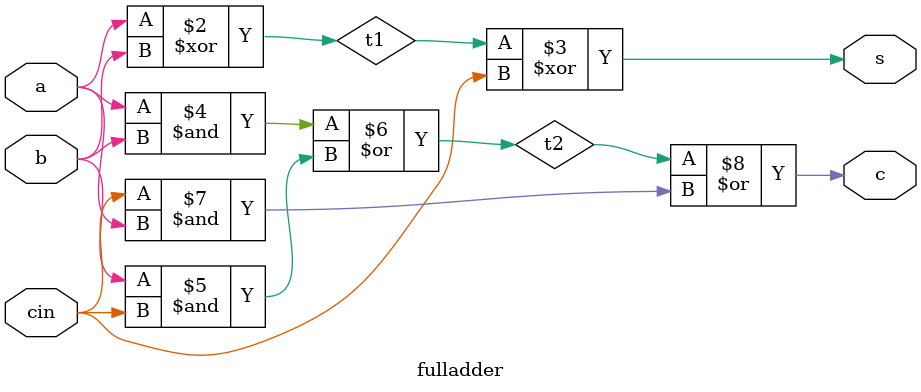
<source format=v>

module fulladder
(input a,b,cin,
 output reg s,c);

reg t1,t2;

always @ (a,b,cin)
begin 
	t1=a^b;
	s=t1^cin;
	t2= a&b|b&cin;
	c=t2|cin&a;
end
endmodule
</source>
